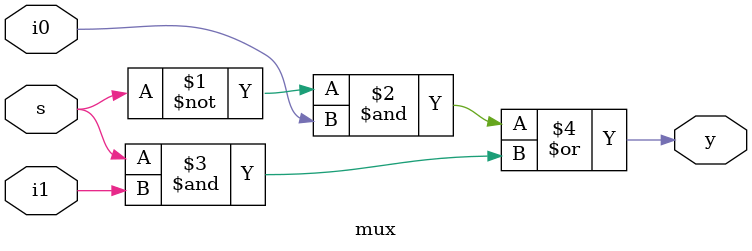
<source format=v>
`timescale 1ns / 1ps

module mux(
input i0,
input i1,
input s,
output y);
assign y=(~s&i0)|(s&i1);
endmodule

</source>
